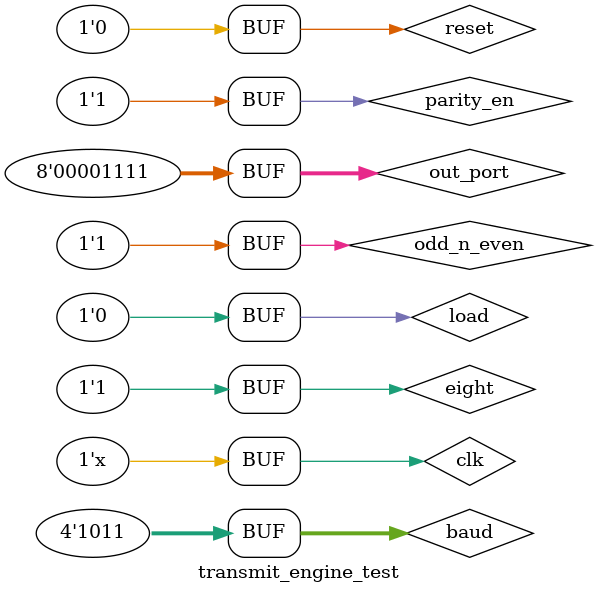
<source format=v>
`timescale 1ns / 1ps


module transmit_engine_test;

	// Inputs
	reg clk;
	reg reset;
	reg [3:0] baud;
	reg eight;
	reg parity_en;
	reg odd_n_even;
	reg [7:0] out_port;
	reg load;

	// Outputs
	wire tx;
	wire txrdy;

	// Instantiate the Unit Under Test (UUT)
	transmit_engine uut (
		.clk(clk), 
		.reset(reset), 
		.baud(baud), 
		.eight(eight), 
		.parity_en(parity_en), 
		.odd_n_even(odd_n_even), 
		.tx(tx), 
		.txrdy(txrdy), 
		.out_port(out_port), 
		.load(load)
	);

always #5 clk = ~clk; 

	initial begin
		// Initialize Inputs
		clk = 0;
		reset = 1;
		baud = 4'b1011;
		eight = 1;
		parity_en = 1;
		odd_n_even = 1;
		out_port = 8'b00001111;
		load = 0;

		// Wait 100 ns for global reset to finish
		#100;
		reset = 0; 
		#100; 
		load = 1; 
		#10; 
		load = 0; 
		
        
		// Add stimulus here

	end
      
endmodule


</source>
